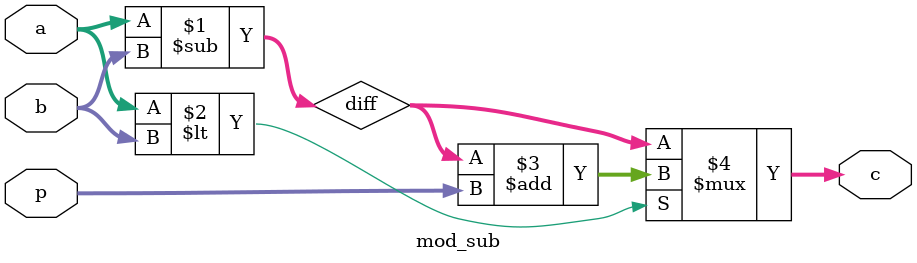
<source format=sv>

module mod_sub #(
    parameter int LEN = 256
) (
    input [LENI:0] a,
    input [LENI:0] b,
    input [LENI:0] p,
    output [LENI:0] c
);

localparam int LENI = LEN - 1;

wire [LENI:0] diff = a - b;

assign c = (a < b) ? (diff + p) : diff;

endmodule

</source>
